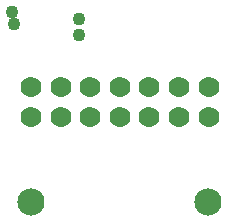
<source format=gbr>
%TF.GenerationSoftware,Altium Limited,Altium Designer,24.1.2 (44)*%
G04 Layer_Color=16711935*
%FSLAX45Y45*%
%MOMM*%
%TF.SameCoordinates,140E097B-8517-4C1D-959E-99074445C54D*%
%TF.FilePolarity,Negative*%
%TF.FileFunction,Soldermask,Bot*%
%TF.Part,Single*%
G01*
G75*
%TA.AperFunction,ComponentPad*%
%ADD34C,1.76320*%
%ADD35C,2.30320*%
%TA.AperFunction,ViaPad*%
%ADD36C,1.09220*%
D34*
X738000Y313500D02*
D03*
X488000D02*
D03*
X238000D02*
D03*
X-12000D02*
D03*
X-262000D02*
D03*
X-512000D02*
D03*
X-762000D02*
D03*
X738000Y63500D02*
D03*
X488000D02*
D03*
X238000D02*
D03*
X-12000D02*
D03*
X-262000D02*
D03*
X-512000D02*
D03*
X-762000D02*
D03*
D35*
X-767000Y-659000D02*
D03*
X730500D02*
D03*
D36*
X-927100Y952500D02*
D03*
X-907400Y850900D02*
D03*
X-355600Y755650D02*
D03*
Y895350D02*
D03*
%TF.MD5,3cf1a8e3d639079cecc6cf0ca0e22487*%
M02*

</source>
